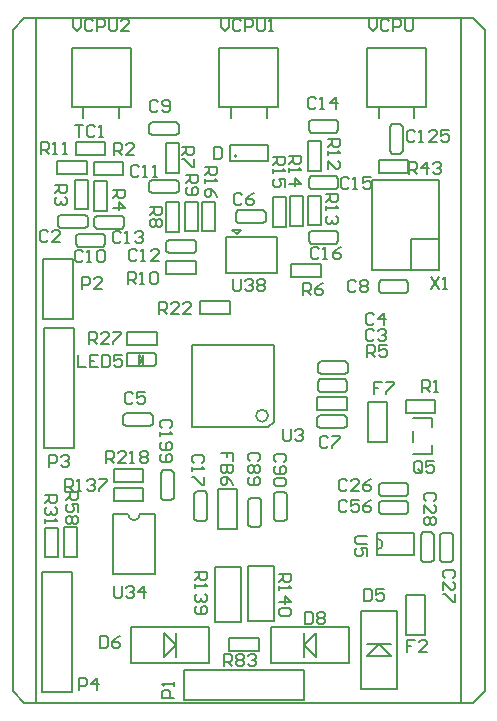
<source format=gto>
%FSLAX25Y25*%
%MOIN*%
G70*
G01*
G75*
%ADD10R,0.05118X0.03937*%
%ADD11R,0.02756X0.03347*%
%ADD12R,0.04331X0.01700*%
%ADD13R,0.03347X0.02756*%
%ADD14R,0.03937X0.02362*%
%ADD15O,0.00984X0.04724*%
%ADD16O,0.04724X0.00984*%
%ADD17O,0.04724X0.01772*%
%ADD18O,0.01772X0.04724*%
%ADD19R,0.04724X0.01772*%
%ADD20R,0.06299X0.07087*%
%ADD21O,0.01969X0.03543*%
%ADD22R,0.01969X0.03543*%
%ADD23O,0.01969X0.03543*%
%ADD24R,0.07874X0.07874*%
%ADD25R,0.07874X0.07874*%
%ADD26R,0.07087X0.03937*%
%ADD27O,0.05500X0.02500*%
%ADD28R,0.05500X0.02500*%
%ADD29R,0.04724X0.03543*%
%ADD30R,0.02756X0.03543*%
%ADD31C,0.04000*%
%ADD32C,0.00800*%
%ADD33C,0.01500*%
%ADD34C,0.01000*%
%ADD35C,0.03000*%
%ADD36C,0.01200*%
%ADD37C,0.02000*%
%ADD38C,0.00500*%
%ADD39R,0.19685X0.23622*%
%ADD40C,0.05906*%
%ADD41R,0.05906X0.05906*%
%ADD42R,0.05906X0.05906*%
%ADD43C,0.02000*%
%ADD44C,0.03000*%
%ADD45C,0.00787*%
D38*
X182900Y-172100D02*
G03*
X182900Y-172100I-2000J0D01*
G01*
X219338Y-216666D02*
G03*
X219338Y-213123I0J1772D01*
G01*
X136219Y-204900D02*
G03*
X140219Y-204900I2000J0D01*
G01*
X216250Y-180830D02*
X222550D01*
X216250Y-167444D02*
X222550D01*
X216250Y-179846D02*
X216250D01*
X222550Y-180830D02*
Y-167444D01*
X216250Y-180830D02*
Y-167444D01*
X219731Y-87035D02*
X229574D01*
X219731Y-91365D02*
X229574D01*
X219731D02*
Y-87035D01*
X229574Y-91365D02*
Y-87035D01*
X190626Y-125865D02*
Y-121535D01*
X200468Y-125865D02*
Y-121535D01*
X190626D02*
X200468D01*
X190626Y-125865D02*
X200468D01*
X168900Y-112600D02*
X185900D01*
X168900Y-124600D02*
Y-112600D01*
Y-124600D02*
X185900D01*
Y-112600D01*
X170900Y-110100D02*
X173900D01*
X170900D02*
X172400Y-111600D01*
X173900Y-110100D01*
X161040Y-100831D02*
X165371D01*
X161040Y-110674D02*
X165371D01*
Y-100831D01*
X161040Y-110674D02*
Y-100831D01*
X196235Y-108674D02*
X200565D01*
X196235Y-98831D02*
X200565D01*
X196235Y-108674D02*
Y-98831D01*
X200565Y-108674D02*
Y-98831D01*
X196235Y-90474D02*
X200565D01*
X196235Y-80632D02*
X200565D01*
X196235Y-90474D02*
Y-80632D01*
X200565Y-90474D02*
Y-80632D01*
X197219Y-114765D02*
X205487D01*
X206274Y-113978D02*
Y-111222D01*
X196432Y-113978D02*
Y-111222D01*
X197219Y-110435D02*
X205487D01*
X196432Y-111222D02*
X197219Y-110435D01*
X196432Y-113978D02*
X197219Y-114765D01*
X205487D02*
X206274Y-113978D01*
X205487Y-110435D02*
X206274Y-111222D01*
X197219Y-96665D02*
X205487D01*
X206274Y-95878D02*
Y-93122D01*
X196432Y-95878D02*
Y-93122D01*
X197219Y-92335D02*
X205487D01*
X196432Y-93122D02*
X197219Y-92335D01*
X196432Y-95878D02*
X197219Y-96665D01*
X205487D02*
X206274Y-95878D01*
X205487Y-92335D02*
X206274Y-93122D01*
X190335Y-108774D02*
X194665D01*
X190335Y-98931D02*
X194665D01*
X190335Y-108774D02*
Y-98931D01*
X194665Y-108774D02*
Y-98931D01*
X184635Y-99226D02*
X188965D01*
X184635Y-109069D02*
X188965D01*
Y-99226D01*
X184635Y-109069D02*
Y-99226D01*
X197219Y-77765D02*
X205487D01*
X206274Y-76978D02*
Y-74222D01*
X196432Y-76978D02*
Y-74222D01*
X197219Y-73435D02*
X205487D01*
X196432Y-74222D02*
X197219Y-73435D01*
X196432Y-76978D02*
X197219Y-77765D01*
X205487D02*
X206274Y-76978D01*
X205487Y-73435D02*
X206274Y-74222D01*
X105637Y-267900D02*
Y-39553D01*
X247369Y-267900D02*
Y-39553D01*
X117448Y-69081D02*
X137133D01*
X117448D02*
Y-49396D01*
X121385Y-73018D02*
Y-69081D01*
X166661D02*
X186346D01*
X215873D02*
X235558D01*
X133196Y-73018D02*
Y-69081D01*
X137133D02*
Y-49396D01*
X215873D02*
X235558D01*
X166661D02*
X186346D01*
X117448D02*
X137133D01*
X166661Y-69081D02*
Y-49396D01*
X170598Y-73018D02*
Y-69081D01*
X182409Y-73018D02*
Y-69081D01*
X186346D02*
Y-49396D01*
X215873Y-69081D02*
Y-49396D01*
X219810Y-73018D02*
Y-69081D01*
X231621Y-73018D02*
Y-69081D01*
X235558D02*
Y-49396D01*
X231200Y-173031D02*
X237499D01*
X231200Y-184843D02*
X237499D01*
X231200Y-180709D02*
Y-177165D01*
X237499Y-175984D02*
Y-173031D01*
Y-184843D02*
Y-181890D01*
X199326Y-175478D02*
X200113Y-176265D01*
X199326Y-172722D02*
X200113Y-171935D01*
X208381D02*
X209169Y-172722D01*
X208381Y-176265D02*
X209169Y-175478D01*
X200113Y-176265D02*
X208381D01*
X209169Y-175478D02*
Y-172722D01*
X199326Y-175478D02*
Y-172722D01*
X200113Y-171935D02*
X208381D01*
X199626Y-157578D02*
X200413Y-158365D01*
X199626Y-154822D02*
X200413Y-154035D01*
X208681D02*
X209469Y-154822D01*
X208681Y-158365D02*
X209469Y-157578D01*
X200413Y-158365D02*
X208681D01*
X209469Y-157578D02*
Y-154822D01*
X199626Y-157578D02*
Y-154822D01*
X200413Y-154035D02*
X208681D01*
X143687Y-171335D02*
X144474Y-172122D01*
X143687Y-175665D02*
X144474Y-174878D01*
X134632D02*
X135419Y-175665D01*
X134632Y-172122D02*
X135419Y-171335D01*
X143687D01*
X134632Y-174878D02*
Y-172122D01*
X144474Y-174878D02*
Y-172122D01*
X135419Y-175665D02*
X143687D01*
X181287Y-103635D02*
X182074Y-104422D01*
X181287Y-107965D02*
X182074Y-107178D01*
X172231D02*
X173019Y-107965D01*
X172231Y-104422D02*
X173019Y-103635D01*
X181287D01*
X172231Y-107178D02*
Y-104422D01*
X182074Y-107178D02*
Y-104422D01*
X173019Y-107965D02*
X181287D01*
X199426Y-163578D02*
X200213Y-164365D01*
X199426Y-160822D02*
X200213Y-160035D01*
X208481D02*
X209268Y-160822D01*
X208481Y-164365D02*
X209268Y-163578D01*
X200213Y-164365D02*
X208481D01*
X209268Y-163578D02*
Y-160822D01*
X199426Y-163578D02*
Y-160822D01*
X200213Y-160035D02*
X208481D01*
X199326Y-170265D02*
Y-165935D01*
X209169Y-170265D02*
Y-165935D01*
X199326D02*
X209169D01*
X199326Y-170265D02*
X209169D01*
X160226Y-138265D02*
Y-133935D01*
X170069Y-138265D02*
Y-133935D01*
X160226D02*
X170069D01*
X160226Y-138265D02*
X170069D01*
X157404Y-176021D02*
Y-148462D01*
X184963D01*
X184963Y-174053D02*
Y-148462D01*
X182994Y-176021D02*
X184963Y-174053D01*
X157404Y-176021D02*
X182994D01*
X134674Y-91800D02*
Y-87469D01*
X124831Y-91800D02*
Y-87469D01*
Y-91800D02*
X134674D01*
X124831Y-87469D02*
X134674D01*
X134087Y-105435D02*
X134874Y-106222D01*
X134087Y-109765D02*
X134874Y-108978D01*
X125031D02*
X125819Y-109765D01*
X125031Y-106222D02*
X125819Y-105435D01*
X134087D01*
X125031Y-108978D02*
Y-106222D01*
X134874Y-108978D02*
Y-106222D01*
X125819Y-109765D02*
X134087D01*
X124835Y-93961D02*
X129165D01*
X124835Y-103803D02*
X129165D01*
Y-93961D01*
X124835Y-103803D02*
Y-93961D01*
X127887Y-111435D02*
X128674Y-112222D01*
X127887Y-115765D02*
X128674Y-114978D01*
X118832D02*
X119619Y-115765D01*
X118832Y-112222D02*
X119619Y-111435D01*
X127887D01*
X118832Y-114978D02*
Y-112222D01*
X128674Y-114978D02*
Y-112222D01*
X119619Y-115765D02*
X127887D01*
X128574Y-85200D02*
Y-80869D01*
X118731Y-85200D02*
Y-80869D01*
Y-85200D02*
X128574D01*
X118731Y-80869D02*
X128574D01*
X118635Y-93461D02*
X122965D01*
X118635Y-103303D02*
X122965D01*
Y-93461D01*
X118635Y-103303D02*
Y-93461D01*
X112926Y-108778D02*
X113713Y-109565D01*
X112926Y-106022D02*
X113713Y-105235D01*
X121981D02*
X122768Y-106022D01*
X121981Y-109565D02*
X122768Y-108778D01*
X113713Y-109565D02*
X121981D01*
X122768Y-108778D02*
Y-106022D01*
X112926Y-108778D02*
Y-106022D01*
X113713Y-105235D02*
X121981D01*
X112726Y-91700D02*
Y-87369D01*
X122569Y-91700D02*
Y-87369D01*
X112726D02*
X122569D01*
X112726Y-91700D02*
X122569D01*
X158874Y-124800D02*
Y-120469D01*
X149031Y-124800D02*
Y-120469D01*
Y-124800D02*
X158874D01*
X149031Y-120469D02*
X158874D01*
X155135Y-110674D02*
X159465D01*
X155135Y-100831D02*
X159465D01*
X155135Y-110674D02*
Y-100831D01*
X159465Y-110674D02*
Y-100831D01*
X143326Y-77813D02*
X144113Y-78600D01*
X143326Y-75057D02*
X144113Y-74269D01*
X152381D02*
X153168Y-75057D01*
X152381Y-78600D02*
X153168Y-77813D01*
X144113Y-78600D02*
X152381D01*
X153168Y-77813D02*
Y-75057D01*
X143326Y-77813D02*
Y-75057D01*
X144113Y-74269D02*
X152381D01*
X143326Y-97113D02*
X144113Y-97900D01*
X143326Y-94357D02*
X144113Y-93569D01*
X152381D02*
X153168Y-94357D01*
X152381Y-97900D02*
X153168Y-97113D01*
X144113Y-97900D02*
X152381D01*
X153168Y-97113D02*
Y-94357D01*
X143326Y-97113D02*
Y-94357D01*
X144113Y-93569D02*
X152381D01*
X158087Y-113569D02*
X158874Y-114357D01*
X158087Y-117900D02*
X158874Y-117113D01*
X149031D02*
X149819Y-117900D01*
X149031Y-114357D02*
X149819Y-113569D01*
X158087D01*
X149031Y-117113D02*
Y-114357D01*
X158874Y-117113D02*
Y-114357D01*
X149819Y-117900D02*
X158087D01*
X148935Y-91109D02*
X153265D01*
X148935Y-81266D02*
X153265D01*
X148935Y-91109D02*
Y-81266D01*
X153265Y-91109D02*
Y-81266D01*
X148935Y-110709D02*
X153265D01*
X148935Y-100866D02*
X153265D01*
X148935Y-110709D02*
Y-100866D01*
X153265Y-110709D02*
Y-100866D01*
X223435Y-75713D02*
X224222Y-74926D01*
X226978D02*
X227765Y-75713D01*
X226978Y-84768D02*
X227765Y-83981D01*
X223435D02*
X224222Y-84768D01*
X223435Y-83981D02*
Y-75713D01*
X224222Y-84768D02*
X226978D01*
X224222Y-74926D02*
X226978D01*
X227765Y-83981D02*
Y-75713D01*
X228887Y-127035D02*
X229674Y-127822D01*
X228887Y-131365D02*
X229674Y-130578D01*
X219831D02*
X220619Y-131365D01*
X219831Y-127822D02*
X220619Y-127035D01*
X228887D01*
X219831Y-130578D02*
Y-127822D01*
X229674Y-130578D02*
Y-127822D01*
X220619Y-131365D02*
X228887D01*
X230600Y-113300D02*
X239700D01*
X230600Y-123700D02*
Y-113300D01*
X239900Y-123700D02*
Y-93400D01*
X217500D02*
X239900D01*
X217500Y-123700D02*
X239900D01*
X217500D02*
Y-93400D01*
X243778Y-220974D02*
X244565Y-220187D01*
X240235D02*
X241022Y-220974D01*
X240235Y-211919D02*
X241022Y-211132D01*
X243778D02*
X244565Y-211919D01*
Y-220187D02*
Y-211919D01*
X241022Y-211132D02*
X243778D01*
X241022Y-220974D02*
X243778D01*
X240235Y-220187D02*
Y-211919D01*
X233735Y-211813D02*
X234522Y-211026D01*
X237278D02*
X238065Y-211813D01*
X237278Y-220868D02*
X238065Y-220081D01*
X233735D02*
X234522Y-220868D01*
X233735Y-220081D02*
Y-211813D01*
X234522Y-220868D02*
X237278D01*
X234522Y-211026D02*
X237278D01*
X238065Y-220081D02*
Y-211813D01*
X219826Y-198078D02*
X220613Y-198865D01*
X219826Y-195322D02*
X220613Y-194535D01*
X228881D02*
X229668Y-195322D01*
X228881Y-198865D02*
X229668Y-198078D01*
X220613Y-198865D02*
X228881D01*
X229668Y-198078D02*
Y-195322D01*
X219826Y-198078D02*
Y-195322D01*
X220613Y-194535D02*
X228881D01*
X228787Y-200535D02*
X229574Y-201322D01*
X228787Y-204865D02*
X229574Y-204078D01*
X219731D02*
X220519Y-204865D01*
X219731Y-201322D02*
X220519Y-200535D01*
X228787D01*
X219731Y-204078D02*
Y-201322D01*
X229574Y-204078D02*
Y-201322D01*
X220519Y-204865D02*
X228787D01*
X235350Y-245256D02*
Y-231870D01*
X229050Y-245256D02*
Y-231870D01*
X235350Y-232854D02*
X235350D01*
X229050Y-245256D02*
X235350D01*
X229050Y-231870D02*
X235350D01*
X219338Y-218438D02*
X231542D01*
X219338D02*
Y-211351D01*
X231542Y-218438D02*
Y-211351D01*
X219338D02*
X231542D01*
X213995Y-263118D02*
X225805D01*
Y-237134D01*
X213995D02*
X225805D01*
X213995Y-263118D02*
Y-237134D01*
X215963Y-252095D02*
X223837D01*
X215963Y-248158D02*
X223837D01*
X215963Y-252095D02*
X219900Y-248158D01*
X223837Y-252095D01*
X184835Y-198313D02*
X185622Y-197526D01*
X188378D02*
X189165Y-198313D01*
X188378Y-207368D02*
X189165Y-206581D01*
X184835D02*
X185622Y-207368D01*
X184835Y-206581D02*
Y-198313D01*
X185622Y-207368D02*
X188378D01*
X185622Y-197526D02*
X188378D01*
X189165Y-206581D02*
Y-198313D01*
X169926Y-250665D02*
Y-246335D01*
X179769Y-250665D02*
Y-246335D01*
X169926D02*
X179769D01*
X169926Y-250665D02*
X179769D01*
X166350Y-196470D02*
X172650D01*
X166350Y-209856D02*
X172650D01*
X172650Y-197454D02*
X172650D01*
X166350Y-209856D02*
Y-196470D01*
X172650Y-209856D02*
Y-196470D01*
X108535Y-209426D02*
X112865D01*
X108535Y-219268D02*
X112865D01*
Y-209426D01*
X108535Y-219268D02*
Y-209426D01*
X209918Y-254405D02*
Y-242595D01*
X183934D02*
X209918D01*
X183934Y-254405D02*
Y-242595D01*
Y-254405D02*
X209918D01*
X198895Y-252437D02*
Y-244563D01*
X194957Y-252437D02*
Y-244563D01*
Y-248500D02*
X198895Y-252437D01*
X194957Y-248500D02*
X198895Y-244563D01*
X176169Y-240656D02*
X184831D01*
X176169Y-222349D02*
X184831D01*
Y-240656D02*
Y-222349D01*
X176169Y-240656D02*
Y-222349D01*
X114835Y-209226D02*
X119165D01*
X114835Y-219069D02*
X119165D01*
Y-209226D01*
X114835Y-219069D02*
Y-209226D01*
X150678Y-200174D02*
X151465Y-199387D01*
X147135D02*
X147922Y-200174D01*
X147135Y-191119D02*
X147922Y-190331D01*
X150678D02*
X151465Y-191119D01*
Y-199387D02*
Y-191119D01*
X147922Y-190331D02*
X150678D01*
X147922Y-200174D02*
X150678D01*
X147135Y-199387D02*
Y-191119D01*
X165269Y-240856D02*
X173931D01*
X165269Y-222549D02*
X173931D01*
Y-240856D02*
Y-222549D01*
X165269Y-240856D02*
Y-222549D01*
X141374Y-194265D02*
Y-189935D01*
X131532Y-194265D02*
Y-189935D01*
Y-194265D02*
X141374D01*
X131532Y-189935D02*
X141374D01*
X137182Y-254405D02*
Y-242595D01*
Y-254405D02*
X163166D01*
Y-242595D01*
X137182D02*
X163166D01*
X148205Y-252437D02*
Y-244563D01*
X152143Y-252437D02*
Y-244563D01*
X148205D02*
X152143Y-248500D01*
X148205Y-252437D02*
X152143Y-248500D01*
X141274Y-200665D02*
Y-196335D01*
X131431Y-200665D02*
Y-196335D01*
Y-200665D02*
X141274D01*
X131431Y-196335D02*
X141274D01*
X131219Y-224900D02*
Y-204900D01*
X145219Y-224900D02*
Y-204900D01*
X131219Y-224900D02*
X145219D01*
X131219Y-204900D02*
X136219D01*
X140219D02*
X145219D01*
X170138Y-87235D02*
X182736D01*
X170138D02*
Y-81723D01*
X182736Y-87235D02*
Y-81723D01*
X170138D02*
X182736D01*
X228758Y-171265D02*
Y-166935D01*
X238600Y-171265D02*
Y-166935D01*
X228758D02*
X238600D01*
X228758Y-171265D02*
X238600D01*
X135932Y-144235D02*
X145774D01*
X135932Y-148565D02*
X145774D01*
X135932D02*
Y-144235D01*
X145774Y-148565D02*
Y-144235D01*
X144887Y-151235D02*
X145674Y-152022D01*
X139867Y-153400D02*
X141245D01*
X139867Y-154778D02*
X141245Y-153400D01*
X139867Y-152022D02*
X141245Y-153400D01*
X139867Y-154778D02*
Y-152022D01*
X141245Y-154778D02*
Y-152022D01*
X144887Y-155565D02*
X145674Y-154778D01*
X135831Y-151235D02*
X144887D01*
X145674Y-154778D02*
Y-152022D01*
X135831Y-155565D02*
X144887D01*
X135831D02*
Y-151235D01*
X161878Y-207174D02*
X162665Y-206387D01*
X158335D02*
X159122Y-207174D01*
X158335Y-198119D02*
X159122Y-197332D01*
X161878D02*
X162665Y-198119D01*
Y-206387D02*
Y-198119D01*
X159122Y-197332D02*
X161878D01*
X159122Y-207174D02*
X161878D01*
X158335Y-206387D02*
Y-198119D01*
X176357Y-200213D02*
X177145Y-199426D01*
X179901D02*
X180688Y-200213D01*
X179901Y-209268D02*
X180688Y-208481D01*
X176357D02*
X177145Y-209268D01*
X176357Y-208481D02*
Y-200213D01*
X177145Y-209268D02*
X179901D01*
X177145Y-199426D02*
X179901D01*
X180688Y-208481D02*
Y-200213D01*
X194500Y-132000D02*
Y-128001D01*
X196499D01*
X197166Y-128668D01*
Y-130001D01*
X196499Y-130667D01*
X194500D01*
X195833D02*
X197166Y-132000D01*
X201165Y-128001D02*
X199832Y-128668D01*
X198499Y-130001D01*
Y-131333D01*
X199165Y-132000D01*
X200498D01*
X201165Y-131333D01*
Y-130667D01*
X200498Y-130001D01*
X198499D01*
X216450Y-39951D02*
Y-42617D01*
X217783Y-43950D01*
X219116Y-42617D01*
Y-39951D01*
X223114Y-40618D02*
X222448Y-39951D01*
X221115D01*
X220449Y-40618D01*
Y-43284D01*
X221115Y-43950D01*
X222448D01*
X223114Y-43284D01*
X224447Y-43950D02*
Y-39951D01*
X226447D01*
X227113Y-40618D01*
Y-41951D01*
X226447Y-42617D01*
X224447D01*
X228446Y-39951D02*
Y-43284D01*
X229113Y-43950D01*
X230446D01*
X231112Y-43284D01*
Y-39951D01*
X118050D02*
Y-42617D01*
X119383Y-43950D01*
X120716Y-42617D01*
Y-39951D01*
X124715Y-40618D02*
X124048Y-39951D01*
X122715D01*
X122049Y-40618D01*
Y-43284D01*
X122715Y-43950D01*
X124048D01*
X124715Y-43284D01*
X126047Y-43950D02*
Y-39951D01*
X128047D01*
X128713Y-40618D01*
Y-41951D01*
X128047Y-42617D01*
X126047D01*
X130046Y-39951D02*
Y-43284D01*
X130713Y-43950D01*
X132045D01*
X132712Y-43284D01*
Y-39951D01*
X136711Y-43950D02*
X134045D01*
X136711Y-41284D01*
Y-40618D01*
X136044Y-39951D01*
X134711D01*
X134045Y-40618D01*
X167250Y-39951D02*
Y-42617D01*
X168583Y-43950D01*
X169916Y-42617D01*
Y-39951D01*
X173915Y-40618D02*
X173248Y-39951D01*
X171915D01*
X171249Y-40618D01*
Y-43284D01*
X171915Y-43950D01*
X173248D01*
X173915Y-43284D01*
X175247Y-43950D02*
Y-39951D01*
X177247D01*
X177913Y-40618D01*
Y-41951D01*
X177247Y-42617D01*
X175247D01*
X179246Y-39951D02*
Y-43284D01*
X179913Y-43950D01*
X181246D01*
X181912Y-43284D01*
Y-39951D01*
X183245Y-43950D02*
X184578D01*
X183911D01*
Y-39951D01*
X183245Y-40618D01*
X120000Y-263600D02*
Y-259601D01*
X121999D01*
X122666Y-260268D01*
Y-261601D01*
X121999Y-262267D01*
X120000D01*
X125998Y-263600D02*
Y-259601D01*
X123999Y-261601D01*
X126664D01*
X171300Y-126401D02*
Y-129734D01*
X171967Y-130400D01*
X173299D01*
X173966Y-129734D01*
Y-126401D01*
X175299Y-127068D02*
X175965Y-126401D01*
X177298D01*
X177964Y-127068D01*
Y-127734D01*
X177298Y-128401D01*
X176632D01*
X177298D01*
X177964Y-129067D01*
Y-129734D01*
X177298Y-130400D01*
X175965D01*
X175299Y-129734D01*
X179297Y-127068D02*
X179964Y-126401D01*
X181297D01*
X181963Y-127068D01*
Y-127734D01*
X181297Y-128401D01*
X181963Y-129067D01*
Y-129734D01*
X181297Y-130400D01*
X179964D01*
X179297Y-129734D01*
Y-129067D01*
X179964Y-128401D01*
X179297Y-127734D01*
Y-127068D01*
X179964Y-128401D02*
X181297D01*
X162000Y-89300D02*
X165999D01*
Y-91299D01*
X165332Y-91966D01*
X163999D01*
X163333Y-91299D01*
Y-89300D01*
Y-90633D02*
X162000Y-91966D01*
Y-93299D02*
Y-94632D01*
Y-93965D01*
X165999D01*
X165332Y-93299D01*
X165999Y-99297D02*
X165332Y-97964D01*
X163999Y-96631D01*
X162666D01*
X162000Y-97297D01*
Y-98630D01*
X162666Y-99297D01*
X163333D01*
X163999Y-98630D01*
Y-96631D01*
X184400Y-85900D02*
X188399D01*
Y-87899D01*
X187732Y-88566D01*
X186399D01*
X185733Y-87899D01*
Y-85900D01*
Y-87233D02*
X184400Y-88566D01*
Y-89899D02*
Y-91232D01*
Y-90565D01*
X188399D01*
X187732Y-89899D01*
X188399Y-95897D02*
Y-93231D01*
X186399D01*
X187066Y-94564D01*
Y-95230D01*
X186399Y-95897D01*
X185066D01*
X184400Y-95230D01*
Y-93897D01*
X185066Y-93231D01*
X189900Y-85700D02*
X193899D01*
Y-87699D01*
X193232Y-88366D01*
X191899D01*
X191233Y-87699D01*
Y-85700D01*
Y-87033D02*
X189900Y-88366D01*
Y-89699D02*
Y-91032D01*
Y-90365D01*
X193899D01*
X193232Y-89699D01*
X189900Y-95030D02*
X193899D01*
X191899Y-93031D01*
Y-95697D01*
X202100Y-98200D02*
X206099D01*
Y-100199D01*
X205432Y-100866D01*
X204099D01*
X203433Y-100199D01*
Y-98200D01*
Y-99533D02*
X202100Y-100866D01*
Y-102199D02*
Y-103532D01*
Y-102865D01*
X206099D01*
X205432Y-102199D01*
Y-105531D02*
X206099Y-106197D01*
Y-107530D01*
X205432Y-108197D01*
X204766D01*
X204099Y-107530D01*
Y-106864D01*
Y-107530D01*
X203433Y-108197D01*
X202766D01*
X202100Y-107530D01*
Y-106197D01*
X202766Y-105531D01*
X202800Y-80000D02*
X206799D01*
Y-81999D01*
X206132Y-82666D01*
X204799D01*
X204133Y-81999D01*
Y-80000D01*
Y-81333D02*
X202800Y-82666D01*
Y-83999D02*
Y-85332D01*
Y-84665D01*
X206799D01*
X206132Y-83999D01*
X202800Y-89997D02*
Y-87331D01*
X205466Y-89997D01*
X206132D01*
X206799Y-89330D01*
Y-87997D01*
X206132Y-87331D01*
X199766Y-116668D02*
X199099Y-116001D01*
X197766D01*
X197100Y-116668D01*
Y-119334D01*
X197766Y-120000D01*
X199099D01*
X199766Y-119334D01*
X201099Y-120000D02*
X202432D01*
X201765D01*
Y-116001D01*
X201099Y-116668D01*
X207097Y-116001D02*
X205764Y-116668D01*
X204431Y-118001D01*
Y-119334D01*
X205097Y-120000D01*
X206430D01*
X207097Y-119334D01*
Y-118667D01*
X206430Y-118001D01*
X204431D01*
X209866Y-93168D02*
X209199Y-92501D01*
X207866D01*
X207200Y-93168D01*
Y-95834D01*
X207866Y-96500D01*
X209199D01*
X209866Y-95834D01*
X211199Y-96500D02*
X212532D01*
X211865D01*
Y-92501D01*
X211199Y-93168D01*
X217197Y-92501D02*
X214531D01*
Y-94501D01*
X215864Y-93834D01*
X216530D01*
X217197Y-94501D01*
Y-95834D01*
X216530Y-96500D01*
X215197D01*
X214531Y-95834D01*
X109566Y-110868D02*
X108899Y-110201D01*
X107566D01*
X106900Y-110868D01*
Y-113533D01*
X107566Y-114200D01*
X108899D01*
X109566Y-113533D01*
X113565Y-114200D02*
X110899D01*
X113565Y-111534D01*
Y-110868D01*
X112898Y-110201D01*
X111565D01*
X110899Y-110868D01*
X218166Y-143868D02*
X217499Y-143201D01*
X216166D01*
X215500Y-143868D01*
Y-146534D01*
X216166Y-147200D01*
X217499D01*
X218166Y-146534D01*
X219499Y-143868D02*
X220165Y-143201D01*
X221498D01*
X222165Y-143868D01*
Y-144534D01*
X221498Y-145201D01*
X220832D01*
X221498D01*
X222165Y-145867D01*
Y-146534D01*
X221498Y-147200D01*
X220165D01*
X219499Y-146534D01*
X218166Y-138568D02*
X217499Y-137901D01*
X216166D01*
X215500Y-138568D01*
Y-141234D01*
X216166Y-141900D01*
X217499D01*
X218166Y-141234D01*
X221498Y-141900D02*
Y-137901D01*
X219499Y-139901D01*
X222165D01*
X138016Y-164718D02*
X137349Y-164051D01*
X136016D01*
X135350Y-164718D01*
Y-167384D01*
X136016Y-168050D01*
X137349D01*
X138016Y-167384D01*
X142015Y-164051D02*
X139349D01*
Y-166051D01*
X140682Y-165384D01*
X141348D01*
X142015Y-166051D01*
Y-167384D01*
X141348Y-168050D01*
X140015D01*
X139349Y-167384D01*
X174266Y-98468D02*
X173599Y-97801D01*
X172266D01*
X171600Y-98468D01*
Y-101134D01*
X172266Y-101800D01*
X173599D01*
X174266Y-101134D01*
X178264Y-97801D02*
X176932Y-98468D01*
X175599Y-99801D01*
Y-101134D01*
X176265Y-101800D01*
X177598D01*
X178264Y-101134D01*
Y-100467D01*
X177598Y-99801D01*
X175599D01*
X202966Y-179468D02*
X202299Y-178801D01*
X200967D01*
X200300Y-179468D01*
Y-182133D01*
X200967Y-182800D01*
X202299D01*
X202966Y-182133D01*
X204299Y-178801D02*
X206964D01*
Y-179468D01*
X204299Y-182133D01*
Y-182800D01*
X212366Y-127468D02*
X211699Y-126801D01*
X210366D01*
X209700Y-127468D01*
Y-130133D01*
X210366Y-130800D01*
X211699D01*
X212366Y-130133D01*
X213699Y-127468D02*
X214365Y-126801D01*
X215698D01*
X216365Y-127468D01*
Y-128134D01*
X215698Y-128801D01*
X216365Y-129467D01*
Y-130133D01*
X215698Y-130800D01*
X214365D01*
X213699Y-130133D01*
Y-129467D01*
X214365Y-128801D01*
X213699Y-128134D01*
Y-127468D01*
X214365Y-128801D02*
X215698D01*
X146166Y-67668D02*
X145499Y-67001D01*
X144167D01*
X143500Y-67668D01*
Y-70334D01*
X144167Y-71000D01*
X145499D01*
X146166Y-70334D01*
X147499D02*
X148165Y-71000D01*
X149498D01*
X150164Y-70334D01*
Y-67668D01*
X149498Y-67001D01*
X148165D01*
X147499Y-67668D01*
Y-68334D01*
X148165Y-69001D01*
X150164D01*
X121266Y-117568D02*
X120599Y-116901D01*
X119266D01*
X118600Y-117568D01*
Y-120234D01*
X119266Y-120900D01*
X120599D01*
X121266Y-120234D01*
X122599Y-120900D02*
X123932D01*
X123265D01*
Y-116901D01*
X122599Y-117568D01*
X125931D02*
X126597Y-116901D01*
X127930D01*
X128597Y-117568D01*
Y-120234D01*
X127930Y-120900D01*
X126597D01*
X125931Y-120234D01*
Y-117568D01*
X139966Y-89168D02*
X139299Y-88501D01*
X137967D01*
X137300Y-89168D01*
Y-91834D01*
X137967Y-92500D01*
X139299D01*
X139966Y-91834D01*
X141299Y-92500D02*
X142632D01*
X141965D01*
Y-88501D01*
X141299Y-89168D01*
X144631Y-92500D02*
X145964D01*
X145297D01*
Y-88501D01*
X144631Y-89168D01*
X139266Y-117068D02*
X138599Y-116401D01*
X137267D01*
X136600Y-117068D01*
Y-119734D01*
X137267Y-120400D01*
X138599D01*
X139266Y-119734D01*
X140599Y-120400D02*
X141932D01*
X141265D01*
Y-116401D01*
X140599Y-117068D01*
X146597Y-120400D02*
X143931D01*
X146597Y-117734D01*
Y-117068D01*
X145930Y-116401D01*
X144597D01*
X143931Y-117068D01*
X133966Y-111268D02*
X133299Y-110601D01*
X131966D01*
X131300Y-111268D01*
Y-113934D01*
X131966Y-114600D01*
X133299D01*
X133966Y-113934D01*
X135299Y-114600D02*
X136632D01*
X135965D01*
Y-110601D01*
X135299Y-111268D01*
X138631D02*
X139297Y-110601D01*
X140630D01*
X141297Y-111268D01*
Y-111934D01*
X140630Y-112601D01*
X139964D01*
X140630D01*
X141297Y-113267D01*
Y-113934D01*
X140630Y-114600D01*
X139297D01*
X138631Y-113934D01*
X160732Y-187966D02*
X161399Y-187299D01*
Y-185967D01*
X160732Y-185300D01*
X158066D01*
X157400Y-185967D01*
Y-187299D01*
X158066Y-187966D01*
X157400Y-189299D02*
Y-190632D01*
Y-189965D01*
X161399D01*
X160732Y-189299D01*
X161399Y-192631D02*
Y-195297D01*
X160732D01*
X158066Y-192631D01*
X157400D01*
X209166Y-193968D02*
X208499Y-193301D01*
X207166D01*
X206500Y-193968D01*
Y-196634D01*
X207166Y-197300D01*
X208499D01*
X209166Y-196634D01*
X213164Y-197300D02*
X210499D01*
X213164Y-194634D01*
Y-193968D01*
X212498Y-193301D01*
X211165D01*
X210499Y-193968D01*
X217163Y-193301D02*
X215830Y-193968D01*
X214497Y-195301D01*
Y-196634D01*
X215164Y-197300D01*
X216497D01*
X217163Y-196634D01*
Y-195967D01*
X216497Y-195301D01*
X214497D01*
X244632Y-226266D02*
X245299Y-225599D01*
Y-224266D01*
X244632Y-223600D01*
X241966D01*
X241300Y-224266D01*
Y-225599D01*
X241966Y-226266D01*
X241300Y-230264D02*
Y-227599D01*
X243966Y-230264D01*
X244632D01*
X245299Y-229598D01*
Y-228265D01*
X244632Y-227599D01*
X245299Y-231597D02*
Y-234263D01*
X244632D01*
X241966Y-231597D01*
X241300D01*
X238132Y-200666D02*
X238799Y-199999D01*
Y-198667D01*
X238132Y-198000D01*
X235466D01*
X234800Y-198667D01*
Y-199999D01*
X235466Y-200666D01*
X234800Y-204664D02*
Y-201999D01*
X237466Y-204664D01*
X238132D01*
X238799Y-203998D01*
Y-202665D01*
X238132Y-201999D01*
Y-205997D02*
X238799Y-206664D01*
Y-207997D01*
X238132Y-208663D01*
X237466D01*
X236799Y-207997D01*
X236133Y-208663D01*
X235466D01*
X234800Y-207997D01*
Y-206664D01*
X235466Y-205997D01*
X236133D01*
X236799Y-206664D01*
X237466Y-205997D01*
X238132D01*
X236799Y-206664D02*
Y-207997D01*
X209166Y-200868D02*
X208499Y-200201D01*
X207166D01*
X206500Y-200868D01*
Y-203534D01*
X207166Y-204200D01*
X208499D01*
X209166Y-203534D01*
X213164Y-200201D02*
X210499D01*
Y-202201D01*
X211832Y-201534D01*
X212498D01*
X213164Y-202201D01*
Y-203534D01*
X212498Y-204200D01*
X211165D01*
X210499Y-203534D01*
X217163Y-200201D02*
X215830Y-200868D01*
X214497Y-202201D01*
Y-203534D01*
X215164Y-204200D01*
X216497D01*
X217163Y-203534D01*
Y-202867D01*
X216497Y-202201D01*
X214497D01*
X179432Y-187366D02*
X180099Y-186699D01*
Y-185366D01*
X179432Y-184700D01*
X176767D01*
X176100Y-185366D01*
Y-186699D01*
X176767Y-187366D01*
X179432Y-188699D02*
X180099Y-189365D01*
Y-190698D01*
X179432Y-191365D01*
X178766D01*
X178099Y-190698D01*
X177433Y-191365D01*
X176767D01*
X176100Y-190698D01*
Y-189365D01*
X176767Y-188699D01*
X177433D01*
X178099Y-189365D01*
X178766Y-188699D01*
X179432D01*
X178099Y-189365D02*
Y-190698D01*
X176767Y-192697D02*
X176100Y-193364D01*
Y-194697D01*
X176767Y-195363D01*
X179432D01*
X180099Y-194697D01*
Y-193364D01*
X179432Y-192697D01*
X178766D01*
X178099Y-193364D01*
Y-195363D01*
X188232Y-187466D02*
X188899Y-186799D01*
Y-185467D01*
X188232Y-184800D01*
X185566D01*
X184900Y-185467D01*
Y-186799D01*
X185566Y-187466D01*
Y-188799D02*
X184900Y-189465D01*
Y-190798D01*
X185566Y-191464D01*
X188232D01*
X188899Y-190798D01*
Y-189465D01*
X188232Y-188799D01*
X187566D01*
X186899Y-189465D01*
Y-191464D01*
X188232Y-192797D02*
X188899Y-193464D01*
Y-194797D01*
X188232Y-195463D01*
X185566D01*
X184900Y-194797D01*
Y-193464D01*
X185566Y-192797D01*
X188232D01*
X231966Y-77668D02*
X231299Y-77001D01*
X229966D01*
X229300Y-77668D01*
Y-80334D01*
X229966Y-81000D01*
X231299D01*
X231966Y-80334D01*
X233299Y-81000D02*
X234632D01*
X233965D01*
Y-77001D01*
X233299Y-77668D01*
X239297Y-81000D02*
X236631D01*
X239297Y-78334D01*
Y-77668D01*
X238630Y-77001D01*
X237297D01*
X236631Y-77668D01*
X243296Y-77001D02*
X240630D01*
Y-79001D01*
X241963Y-78334D01*
X242629D01*
X243296Y-79001D01*
Y-80334D01*
X242629Y-81000D01*
X241296D01*
X240630Y-80334D01*
X150332Y-176266D02*
X150999Y-175599D01*
Y-174267D01*
X150332Y-173600D01*
X147667D01*
X147000Y-174267D01*
Y-175599D01*
X147667Y-176266D01*
X147000Y-177599D02*
Y-178932D01*
Y-178265D01*
X150999D01*
X150332Y-177599D01*
X147667Y-180931D02*
X147000Y-181597D01*
Y-182930D01*
X147667Y-183597D01*
X150332D01*
X150999Y-182930D01*
Y-181597D01*
X150332Y-180931D01*
X149666D01*
X148999Y-181597D01*
Y-183597D01*
X147667Y-184930D02*
X147000Y-185596D01*
Y-186929D01*
X147667Y-187595D01*
X150332D01*
X150999Y-186929D01*
Y-185596D01*
X150332Y-184930D01*
X149666D01*
X148999Y-185596D01*
Y-187595D01*
X214750Y-229851D02*
Y-233850D01*
X216749D01*
X217416Y-233184D01*
Y-230518D01*
X216749Y-229851D01*
X214750D01*
X221414D02*
X218749D01*
Y-231851D01*
X220082Y-231184D01*
X220748D01*
X221414Y-231851D01*
Y-233184D01*
X220748Y-233850D01*
X219415D01*
X218749Y-233184D01*
X126900Y-245501D02*
Y-249500D01*
X128899D01*
X129566Y-248834D01*
Y-246168D01*
X128899Y-245501D01*
X126900D01*
X133564D02*
X132232Y-246168D01*
X130899Y-247501D01*
Y-248834D01*
X131565Y-249500D01*
X132898D01*
X133564Y-248834D01*
Y-248167D01*
X132898Y-247501D01*
X130899D01*
X195100Y-237401D02*
Y-241400D01*
X197099D01*
X197766Y-240734D01*
Y-238068D01*
X197099Y-237401D01*
X195100D01*
X199099Y-238068D02*
X199765Y-237401D01*
X201098D01*
X201764Y-238068D01*
Y-238734D01*
X201098Y-239401D01*
X201764Y-240067D01*
Y-240734D01*
X201098Y-241400D01*
X199765D01*
X199099Y-240734D01*
Y-240067D01*
X199765Y-239401D01*
X199099Y-238734D01*
Y-238068D01*
X199765Y-239401D02*
X201098D01*
X231966Y-247001D02*
X229300D01*
Y-249001D01*
X230633D01*
X229300D01*
Y-251000D01*
X235964D02*
X233299D01*
X235964Y-248334D01*
Y-247668D01*
X235298Y-247001D01*
X233965D01*
X233299Y-247668D01*
X220766Y-160801D02*
X218100D01*
Y-162801D01*
X219433D01*
X218100D01*
Y-164800D01*
X222099Y-160801D02*
X224764D01*
Y-161468D01*
X222099Y-164134D01*
Y-164800D01*
X171199Y-187366D02*
Y-184700D01*
X169199D01*
Y-186033D01*
Y-184700D01*
X167200D01*
X171199Y-188699D02*
X167200D01*
Y-190698D01*
X167867Y-191365D01*
X168533D01*
X169199Y-190698D01*
Y-188699D01*
Y-190698D01*
X169866Y-191365D01*
X170532D01*
X171199Y-190698D01*
Y-188699D01*
Y-195363D02*
X170532Y-194030D01*
X169199Y-192697D01*
X167867D01*
X167200Y-193364D01*
Y-194697D01*
X167867Y-195363D01*
X168533D01*
X169199Y-194697D01*
Y-192697D01*
X151650Y-266350D02*
X147651D01*
Y-264351D01*
X148318Y-263684D01*
X149651D01*
X150317Y-264351D01*
Y-266350D01*
X151650Y-262351D02*
Y-261018D01*
Y-261685D01*
X147651D01*
X148318Y-262351D01*
X110000Y-189200D02*
Y-185201D01*
X111999D01*
X112666Y-185868D01*
Y-187201D01*
X111999Y-187867D01*
X110000D01*
X113999Y-185868D02*
X114665Y-185201D01*
X115998D01*
X116665Y-185868D01*
Y-186534D01*
X115998Y-187201D01*
X115332D01*
X115998D01*
X116665Y-187867D01*
Y-188533D01*
X115998Y-189200D01*
X114665D01*
X113999Y-188533D01*
X234366Y-190434D02*
Y-187768D01*
X233699Y-187101D01*
X232366D01*
X231700Y-187768D01*
Y-190434D01*
X232366Y-191100D01*
X233699D01*
X233033Y-189767D02*
X234366Y-191100D01*
X233699D02*
X234366Y-190434D01*
X238365Y-187101D02*
X235699D01*
Y-189101D01*
X237032Y-188434D01*
X237698D01*
X238365Y-189101D01*
Y-190434D01*
X237698Y-191100D01*
X236365D01*
X235699Y-190434D01*
X234200Y-164300D02*
Y-160301D01*
X236199D01*
X236866Y-160968D01*
Y-162301D01*
X236199Y-162967D01*
X234200D01*
X235533D02*
X236866Y-164300D01*
X238199D02*
X239532D01*
X238865D01*
Y-160301D01*
X238199Y-160968D01*
X131700Y-85300D02*
Y-81301D01*
X133699D01*
X134366Y-81968D01*
Y-83301D01*
X133699Y-83967D01*
X131700D01*
X133033D02*
X134366Y-85300D01*
X138365D02*
X135699D01*
X138365Y-82634D01*
Y-81968D01*
X137698Y-81301D01*
X136365D01*
X135699Y-81968D01*
X112000Y-95100D02*
X115999D01*
Y-97099D01*
X115332Y-97766D01*
X113999D01*
X113333Y-97099D01*
Y-95100D01*
Y-96433D02*
X112000Y-97766D01*
X115332Y-99099D02*
X115999Y-99765D01*
Y-101098D01*
X115332Y-101765D01*
X114666D01*
X113999Y-101098D01*
Y-100432D01*
Y-101098D01*
X113333Y-101765D01*
X112666D01*
X112000Y-101098D01*
Y-99765D01*
X112666Y-99099D01*
X131200Y-97000D02*
X135199D01*
Y-98999D01*
X134532Y-99666D01*
X133199D01*
X132533Y-98999D01*
Y-97000D01*
Y-98333D02*
X131200Y-99666D01*
Y-102998D02*
X135199D01*
X133199Y-100999D01*
Y-103665D01*
X215900Y-152500D02*
Y-148501D01*
X217899D01*
X218566Y-149168D01*
Y-150501D01*
X217899Y-151167D01*
X215900D01*
X217233D02*
X218566Y-152500D01*
X222565Y-148501D02*
X219899D01*
Y-150501D01*
X221232Y-149834D01*
X221898D01*
X222565Y-150501D01*
Y-151833D01*
X221898Y-152500D01*
X220565D01*
X219899Y-151833D01*
X154300Y-82600D02*
X158299D01*
Y-84599D01*
X157632Y-85266D01*
X156299D01*
X155633Y-84599D01*
Y-82600D01*
Y-83933D02*
X154300Y-85266D01*
X158299Y-86599D02*
Y-89265D01*
X157632D01*
X154966Y-86599D01*
X154300D01*
X143700Y-102500D02*
X147699D01*
Y-104499D01*
X147032Y-105166D01*
X145699D01*
X145033Y-104499D01*
Y-102500D01*
Y-103833D02*
X143700Y-105166D01*
X147032Y-106499D02*
X147699Y-107165D01*
Y-108498D01*
X147032Y-109165D01*
X146366D01*
X145699Y-108498D01*
X145033Y-109165D01*
X144367D01*
X143700Y-108498D01*
Y-107165D01*
X144367Y-106499D01*
X145033D01*
X145699Y-107165D01*
X146366Y-106499D01*
X147032D01*
X145699Y-107165D02*
Y-108498D01*
X155600Y-91800D02*
X159599D01*
Y-93799D01*
X158932Y-94466D01*
X157599D01*
X156933Y-93799D01*
Y-91800D01*
Y-93133D02*
X155600Y-94466D01*
X156266Y-95799D02*
X155600Y-96465D01*
Y-97798D01*
X156266Y-98465D01*
X158932D01*
X159599Y-97798D01*
Y-96465D01*
X158932Y-95799D01*
X158266D01*
X157599Y-96465D01*
Y-98465D01*
X136200Y-128100D02*
Y-124101D01*
X138199D01*
X138866Y-124768D01*
Y-126101D01*
X138199Y-126767D01*
X136200D01*
X137533D02*
X138866Y-128100D01*
X140199D02*
X141532D01*
X140865D01*
Y-124101D01*
X140199Y-124768D01*
X143531D02*
X144197Y-124101D01*
X145530D01*
X146197Y-124768D01*
Y-127434D01*
X145530Y-128100D01*
X144197D01*
X143531Y-127434D01*
Y-124768D01*
X107200Y-85000D02*
Y-81001D01*
X109199D01*
X109866Y-81668D01*
Y-83001D01*
X109199Y-83667D01*
X107200D01*
X108533D02*
X109866Y-85000D01*
X111199D02*
X112532D01*
X111865D01*
Y-81001D01*
X111199Y-81668D01*
X114531Y-85000D02*
X115864D01*
X115197D01*
Y-81001D01*
X114531Y-81668D01*
X146400Y-138300D02*
Y-134301D01*
X148399D01*
X149066Y-134968D01*
Y-136301D01*
X148399Y-136967D01*
X146400D01*
X147733D02*
X149066Y-138300D01*
X153065D02*
X150399D01*
X153065Y-135634D01*
Y-134968D01*
X152398Y-134301D01*
X151065D01*
X150399Y-134968D01*
X157063Y-138300D02*
X154397D01*
X157063Y-135634D01*
Y-134968D01*
X156397Y-134301D01*
X155064D01*
X154397Y-134968D01*
X108700Y-198500D02*
X112699D01*
Y-200499D01*
X112032Y-201166D01*
X110699D01*
X110033Y-200499D01*
Y-198500D01*
Y-199833D02*
X108700Y-201166D01*
X112032Y-202499D02*
X112699Y-203165D01*
Y-204498D01*
X112032Y-205165D01*
X111366D01*
X110699Y-204498D01*
Y-203832D01*
Y-204498D01*
X110033Y-205165D01*
X109367D01*
X108700Y-204498D01*
Y-203165D01*
X109367Y-202499D01*
X108700Y-206497D02*
Y-207830D01*
Y-207164D01*
X112699D01*
X112032Y-206497D01*
X229800Y-91500D02*
Y-87501D01*
X231799D01*
X232466Y-88168D01*
Y-89501D01*
X231799Y-90167D01*
X229800D01*
X231133D02*
X232466Y-91500D01*
X235798D02*
Y-87501D01*
X233799Y-89501D01*
X236465D01*
X237797Y-88168D02*
X238464Y-87501D01*
X239797D01*
X240463Y-88168D01*
Y-88834D01*
X239797Y-89501D01*
X239130D01*
X239797D01*
X240463Y-90167D01*
Y-90834D01*
X239797Y-91500D01*
X238464D01*
X237797Y-90834D01*
X115700Y-197600D02*
X119699D01*
Y-199599D01*
X119032Y-200266D01*
X117699D01*
X117033Y-199599D01*
Y-197600D01*
Y-198933D02*
X115700Y-200266D01*
X119699Y-204264D02*
Y-201599D01*
X117699D01*
X118366Y-202932D01*
Y-203598D01*
X117699Y-204264D01*
X116367D01*
X115700Y-203598D01*
Y-202265D01*
X116367Y-201599D01*
X119032Y-205597D02*
X119699Y-206264D01*
Y-207597D01*
X119032Y-208263D01*
X118366D01*
X117699Y-207597D01*
X117033Y-208263D01*
X116367D01*
X115700Y-207597D01*
Y-206264D01*
X116367Y-205597D01*
X117033D01*
X117699Y-206264D01*
X118366Y-205597D01*
X119032D01*
X117699Y-206264D02*
Y-207597D01*
X168300Y-255600D02*
Y-251601D01*
X170299D01*
X170966Y-252268D01*
Y-253601D01*
X170299Y-254267D01*
X168300D01*
X169633D02*
X170966Y-255600D01*
X172299Y-252268D02*
X172965Y-251601D01*
X174298D01*
X174964Y-252268D01*
Y-252934D01*
X174298Y-253601D01*
X174964Y-254267D01*
Y-254934D01*
X174298Y-255600D01*
X172965D01*
X172299Y-254934D01*
Y-254267D01*
X172965Y-253601D01*
X172299Y-252934D01*
Y-252268D01*
X172965Y-253601D02*
X174298D01*
X176297Y-252268D02*
X176964Y-251601D01*
X178297D01*
X178963Y-252268D01*
Y-252934D01*
X178297Y-253601D01*
X177630D01*
X178297D01*
X178963Y-254267D01*
Y-254934D01*
X178297Y-255600D01*
X176964D01*
X176297Y-254934D01*
X115200Y-197100D02*
Y-193101D01*
X117199D01*
X117866Y-193768D01*
Y-195101D01*
X117199Y-195767D01*
X115200D01*
X116533D02*
X117866Y-197100D01*
X119199D02*
X120532D01*
X119865D01*
Y-193101D01*
X119199Y-193768D01*
X122531D02*
X123197Y-193101D01*
X124530D01*
X125197Y-193768D01*
Y-194434D01*
X124530Y-195101D01*
X123864D01*
X124530D01*
X125197Y-195767D01*
Y-196433D01*
X124530Y-197100D01*
X123197D01*
X122531Y-196433D01*
X126530Y-193101D02*
X129195D01*
Y-193768D01*
X126530Y-196433D01*
Y-197100D01*
X158400Y-224100D02*
X162399D01*
Y-226099D01*
X161732Y-226766D01*
X160399D01*
X159733Y-226099D01*
Y-224100D01*
Y-225433D02*
X158400Y-226766D01*
Y-228099D02*
Y-229432D01*
Y-228765D01*
X162399D01*
X161732Y-228099D01*
Y-231431D02*
X162399Y-232097D01*
Y-233430D01*
X161732Y-234097D01*
X161066D01*
X160399Y-233430D01*
Y-232764D01*
Y-233430D01*
X159733Y-234097D01*
X159066D01*
X158400Y-233430D01*
Y-232097D01*
X159066Y-231431D01*
Y-235430D02*
X158400Y-236096D01*
Y-237429D01*
X159066Y-238095D01*
X161732D01*
X162399Y-237429D01*
Y-236096D01*
X161732Y-235430D01*
X161066D01*
X160399Y-236096D01*
Y-238095D01*
X186500Y-224900D02*
X190499D01*
Y-226899D01*
X189832Y-227566D01*
X188499D01*
X187833Y-226899D01*
Y-224900D01*
Y-226233D02*
X186500Y-227566D01*
Y-228899D02*
Y-230232D01*
Y-229565D01*
X190499D01*
X189832Y-228899D01*
X186500Y-234230D02*
X190499D01*
X188499Y-232231D01*
Y-234897D01*
X189832Y-236230D02*
X190499Y-236896D01*
Y-238229D01*
X189832Y-238896D01*
X187167D01*
X186500Y-238229D01*
Y-236896D01*
X187167Y-236230D01*
X189832D01*
X128800Y-187800D02*
Y-183801D01*
X130799D01*
X131466Y-184468D01*
Y-185801D01*
X130799Y-186467D01*
X128800D01*
X130133D02*
X131466Y-187800D01*
X135465D02*
X132799D01*
X135465Y-185134D01*
Y-184468D01*
X134798Y-183801D01*
X133465D01*
X132799Y-184468D01*
X136797Y-187800D02*
X138130D01*
X137464D01*
Y-183801D01*
X136797Y-184468D01*
X140130D02*
X140796Y-183801D01*
X142129D01*
X142796Y-184468D01*
Y-185134D01*
X142129Y-185801D01*
X142796Y-186467D01*
Y-187134D01*
X142129Y-187800D01*
X140796D01*
X140130Y-187134D01*
Y-186467D01*
X140796Y-185801D01*
X140130Y-185134D01*
Y-184468D01*
X140796Y-185801D02*
X142129D01*
X118600Y-75101D02*
X121266D01*
X119933D01*
Y-79100D01*
X125265Y-75768D02*
X124598Y-75101D01*
X123265D01*
X122599Y-75768D01*
Y-78434D01*
X123265Y-79100D01*
X124598D01*
X125265Y-78434D01*
X126597Y-79100D02*
X127930D01*
X127264D01*
Y-75101D01*
X126597Y-75768D01*
X188000Y-176701D02*
Y-180034D01*
X188666Y-180700D01*
X189999D01*
X190666Y-180034D01*
Y-176701D01*
X191999Y-177368D02*
X192665Y-176701D01*
X193998D01*
X194665Y-177368D01*
Y-178034D01*
X193998Y-178701D01*
X193332D01*
X193998D01*
X194665Y-179367D01*
Y-180034D01*
X193998Y-180700D01*
X192665D01*
X191999Y-180034D01*
X215999Y-212300D02*
X212666D01*
X212000Y-212966D01*
Y-214299D01*
X212666Y-214966D01*
X215999D01*
Y-218965D02*
Y-216299D01*
X213999D01*
X214666Y-217632D01*
Y-218298D01*
X213999Y-218965D01*
X212666D01*
X212000Y-218298D01*
Y-216965D01*
X212666Y-216299D01*
X237300Y-125901D02*
X239966Y-129900D01*
Y-125901D02*
X237300Y-129900D01*
X241299D02*
X242632D01*
X241965D01*
Y-125901D01*
X241299Y-126568D01*
X131700Y-228801D02*
Y-232134D01*
X132367Y-232800D01*
X133699D01*
X134366Y-232134D01*
Y-228801D01*
X135699Y-229468D02*
X136365Y-228801D01*
X137698D01*
X138365Y-229468D01*
Y-230134D01*
X137698Y-230801D01*
X137032D01*
X137698D01*
X138365Y-231467D01*
Y-232134D01*
X137698Y-232800D01*
X136365D01*
X135699Y-232134D01*
X141697Y-232800D02*
Y-228801D01*
X139697Y-230801D01*
X142363D01*
X198916Y-66518D02*
X198249Y-65851D01*
X196916D01*
X196250Y-66518D01*
Y-69184D01*
X196916Y-69850D01*
X198249D01*
X198916Y-69184D01*
X200249Y-69850D02*
X201582D01*
X200915D01*
Y-65851D01*
X200249Y-66518D01*
X205580Y-69850D02*
Y-65851D01*
X203581Y-67851D01*
X206247D01*
X165000Y-82601D02*
Y-86600D01*
X166999D01*
X167666Y-85934D01*
Y-83268D01*
X166999Y-82601D01*
X165000D01*
X119500Y-152001D02*
Y-156000D01*
X122166D01*
X126164Y-152001D02*
X123499D01*
Y-156000D01*
X126164D01*
X123499Y-154001D02*
X124832D01*
X127497Y-152001D02*
Y-156000D01*
X129497D01*
X130163Y-155333D01*
Y-152668D01*
X129497Y-152001D01*
X127497D01*
X134162D02*
X131496D01*
Y-154001D01*
X132829Y-153334D01*
X133495D01*
X134162Y-154001D01*
Y-155333D01*
X133495Y-156000D01*
X132163D01*
X131496Y-155333D01*
X123100Y-148200D02*
Y-144201D01*
X125099D01*
X125766Y-144868D01*
Y-146201D01*
X125099Y-146867D01*
X123100D01*
X124433D02*
X125766Y-148200D01*
X129764D02*
X127099D01*
X129764Y-145534D01*
Y-144868D01*
X129098Y-144201D01*
X127765D01*
X127099Y-144868D01*
X131097Y-144201D02*
X133763D01*
Y-144868D01*
X131097Y-147534D01*
Y-148200D01*
X121000Y-129800D02*
Y-125801D01*
X122999D01*
X123666Y-126468D01*
Y-127801D01*
X122999Y-128467D01*
X121000D01*
X127664Y-129800D02*
X124999D01*
X127664Y-127134D01*
Y-126468D01*
X126998Y-125801D01*
X125665D01*
X124999Y-126468D01*
X251306Y-267900D02*
X255243Y-263963D01*
Y-43490D01*
X251306Y-39553D02*
X255243Y-43490D01*
X101700Y-39553D02*
X133800D01*
X133196D02*
X184000D01*
X182409D02*
X233600D01*
X231621D02*
X251306D01*
X97763Y-43490D02*
X101700Y-39553D01*
X97763Y-263963D02*
Y-43490D01*
Y-263963D02*
X101700Y-267900D01*
X251306D01*
X101700D02*
X251306D01*
X97763Y-263963D02*
X101700Y-267900D01*
X97763Y-263963D02*
Y-43490D01*
X101700Y-39553D01*
X231621D02*
X251306D01*
X182409D02*
X233600D01*
X133196D02*
X184000D01*
X101700D02*
X133800D01*
X251306D02*
X255243Y-43490D01*
Y-263963D02*
Y-43490D01*
X251306Y-267900D02*
X255243Y-263963D01*
D45*
X172502Y-85583D02*
G03*
X172502Y-85583I-394J0D01*
G01*
X107600Y-264300D02*
X117600D01*
X107600D02*
Y-224300D01*
X117600Y-264300D02*
Y-224300D01*
X107600D02*
X117600D01*
X108300Y-142800D02*
X118300D01*
Y-182800D02*
Y-142800D01*
X108300Y-182800D02*
Y-142800D01*
Y-182800D02*
X118300D01*
X155000Y-267000D02*
Y-257000D01*
X195000D01*
X155000Y-267000D02*
X195000D01*
Y-257000D01*
X117900Y-139800D02*
Y-119800D01*
X107900D02*
X117900D01*
X107900Y-139800D02*
Y-119800D01*
Y-139800D02*
X117900D01*
M02*

</source>
